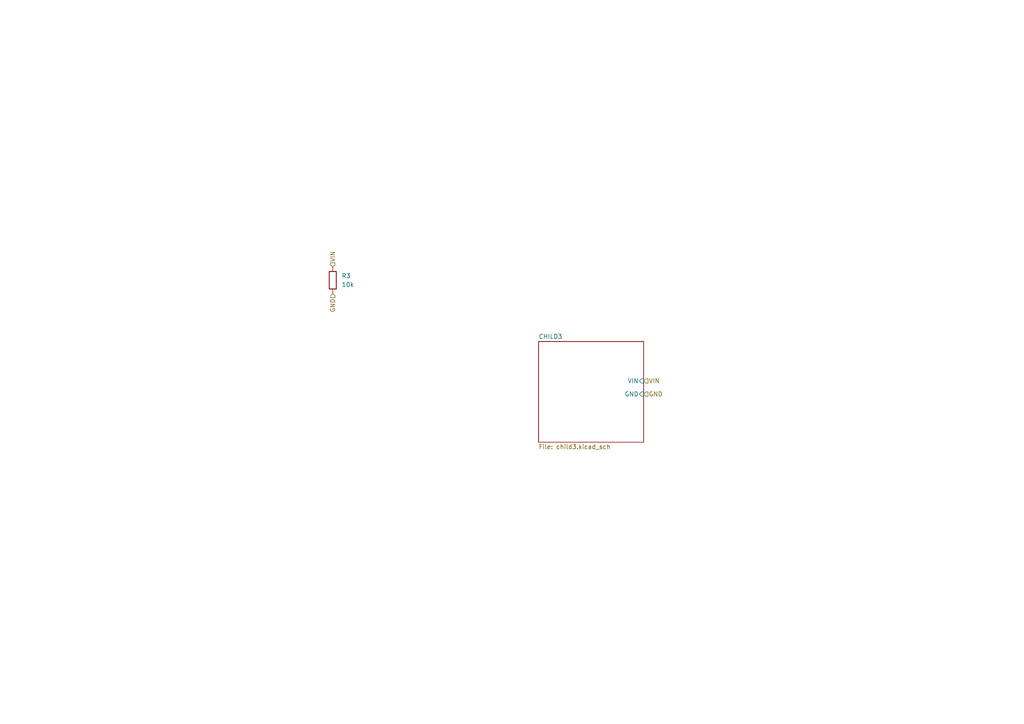
<source format=kicad_sch>
(kicad_sch (version 20250114) (generator "eeschema") (generator_version "9.0")
  (paper "A4")
  (lib_symbols
    (symbol "Device:R" (pin_numbers (hide yes)) (pin_names (offset 0))
      (property "Reference" "R" (at 2.032 0 90))
      (property "Value" "R" (at 0 0 90))
      (symbol "R_0_1"
        (rectangle (start -1.016 -2.54) (end 1.016 2.54) (stroke (width 0.254)))
      )
      (symbol "R_1_1"
        (pin passive line (at 0 3.81 270) (length 1.27) (name "~") (number "1"))
        (pin passive line (at 0 -3.81 90) (length 1.27) (name "~") (number "2"))
      )
    )
  )
  (hierarchical_label "VIN" (shape input) (at 96.52 77.47 90))
  (hierarchical_label "VIN" (shape input) (at 186.69 110.49 0))
  (hierarchical_label "GND" (shape input) (at 186.69 114.3 0))
  (hierarchical_label "GND" (shape input) (at 96.52 85.09 270))
  (symbol (lib_id "Device:R") (at 96.52 81.28 0) (unit 1)
    (property "Reference" "R3" (at 99.06 80.0099 0) (effects (justify left)))
    (property "Value" "10k" (at 99.06 82.5499 0) (effects (justify left)))
    (property "Footprint" "Resistor_SMD:R_0603_1608Metric" (effects (hide yes)))
    (property "Description" "Resistor" (effects (hide yes)))
  )
  (sheet (at 156.21 99.06) (size 30.48 29.21) (stroke (width 0.1524))
    (property "Sheetname" "CHILD3" (at 156.21 98.3484 0) (effects (justify left bottom)))
    (property "Sheetfile" "child3.kicad_sch" (at 156.21 128.8546 0) (effects (justify left top)))
    (pin "GND" input (at 186.69 114.3 0))
    (pin "VIN" input (at 186.69 110.49 0))
  )
)
</source>
